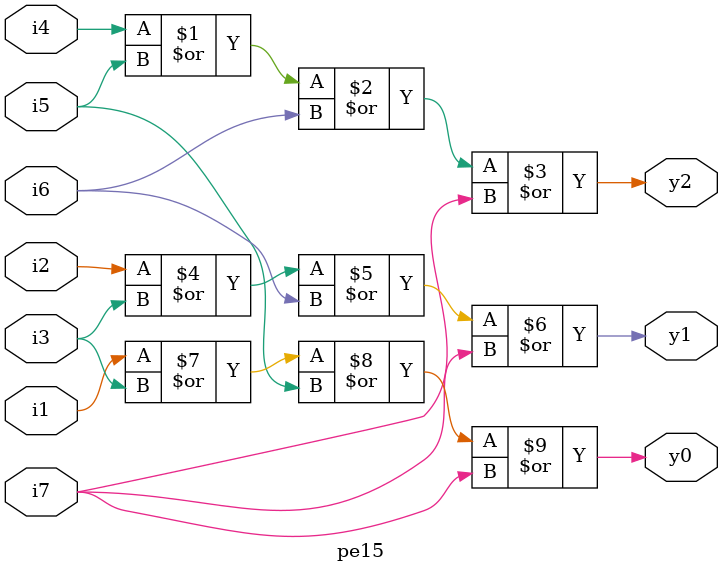
<source format=v>
module pe15 (i1,i2,i3,i4,i5,i6,i7,y0,y1,y2);
    // declare port list via input and output
    input i1,i2,i3,i4,i5,i6,i7;
    output y0,y1,y2;
    // check the logic diagram and use 
    // logic gates to compute outputs
    or o1(y2,i4,i5,i6,i7);
    or o2(y1,i2,i3,i6,i7);
    or o3(y0,i1,i3,i5,i7);

endmodule
</source>
